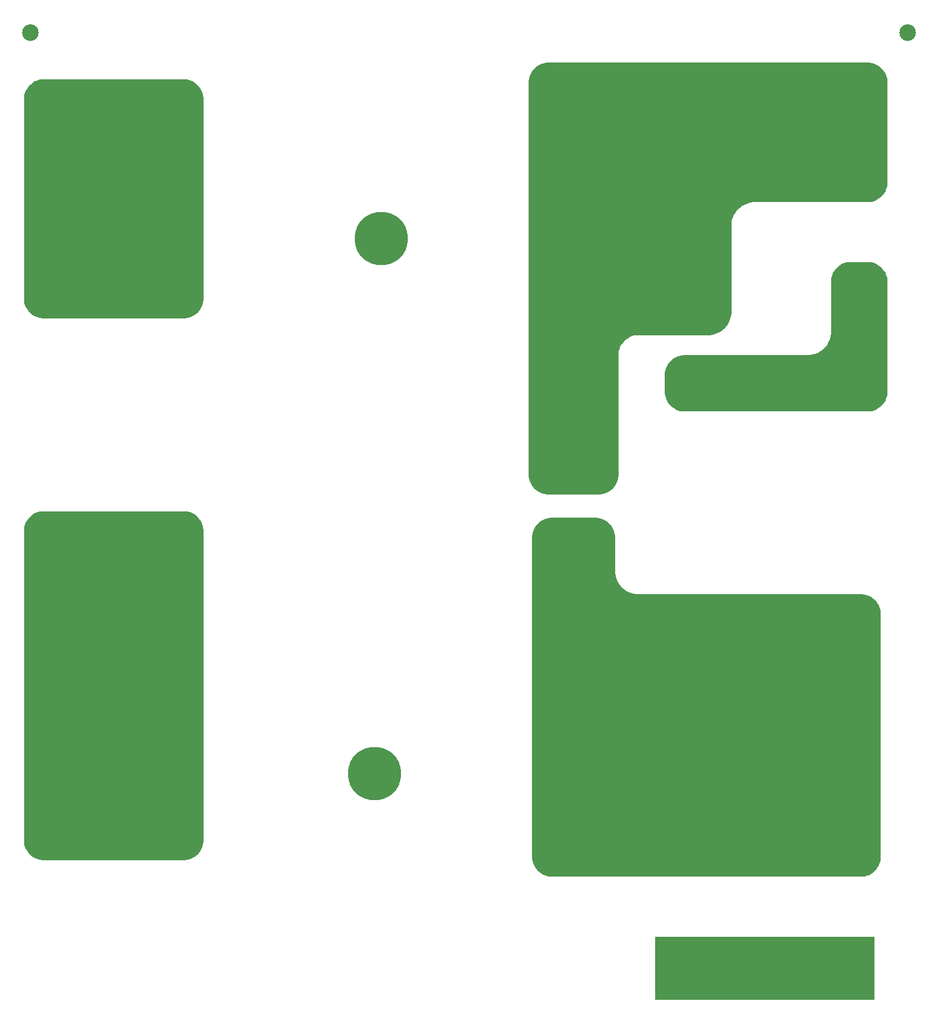
<source format=gbl>
G04 Layer_Physical_Order=2*
G04 Layer_Color=16711680*
%FSLAX44Y44*%
%MOMM*%
G71*
G01*
G75*
%ADD10C,2.0000*%
%ADD11C,2.0320*%
%ADD12C,2.5000*%
%ADD13C,2.4130*%
%ADD14C,7.0000*%
%ADD15C,8.0000*%
%ADD16C,1.2000*%
%ADD17R,33.0000X9.5000*%
G36*
X250000Y800000D02*
Y800000D01*
X251966Y800000D01*
X255865Y799487D01*
X259664Y798469D01*
X263297Y796964D01*
X266703Y794997D01*
X269823Y792604D01*
X272603Y789823D01*
X274998Y786703D01*
X276964Y783297D01*
X278469Y779664D01*
X279487Y775865D01*
X280000Y771966D01*
X280000Y770000D01*
X280000Y305000D01*
X280000Y305000D01*
X280000Y303034D01*
X279487Y299135D01*
X278469Y295336D01*
X276964Y291703D01*
X274998Y288297D01*
X272603Y285177D01*
X269823Y282396D01*
X266703Y280002D01*
X263297Y278036D01*
X259664Y276531D01*
X255865Y275513D01*
X251966Y275000D01*
X250000Y275000D01*
X40000Y275000D01*
X40000Y275000D01*
X38033Y275000D01*
X34135Y275513D01*
X30336Y276531D01*
X26703Y278036D01*
X23297Y280002D01*
X20177Y282396D01*
X17396Y285177D01*
X15002Y288297D01*
X13036Y291703D01*
X11531Y295336D01*
X10513Y299135D01*
X10000Y303034D01*
X10000Y305000D01*
Y770000D01*
Y771966D01*
X10513Y775865D01*
X11531Y779664D01*
X13036Y783297D01*
X15002Y786703D01*
X17396Y789823D01*
X20177Y792604D01*
X23297Y794997D01*
X26703Y796964D01*
X30336Y798469D01*
X34135Y799487D01*
X38034Y800000D01*
X40000D01*
X250000Y800000D01*
X250000Y800000D01*
D02*
G37*
G36*
X870000Y790000D02*
X871966Y790000D01*
X875865Y789487D01*
X879664Y788469D01*
X883297Y786964D01*
X886703Y784997D01*
X889823Y782604D01*
X892604Y779823D01*
X894997Y776703D01*
X896964Y773297D01*
X898469Y769664D01*
X899487Y765865D01*
X900000Y761966D01*
X900000Y760000D01*
X900000Y760000D01*
X900000Y760000D01*
X900000Y710000D01*
X900075Y707711D01*
X900672Y703172D01*
X901857Y698750D01*
X903609Y694520D01*
X905899Y690555D01*
X908686Y686923D01*
X911923Y683686D01*
X915555Y680899D01*
X919520Y678609D01*
X923749Y676857D01*
X928172Y675673D01*
X932711Y675075D01*
X935000Y675000D01*
X935000Y675000D01*
X1270000Y675000D01*
X1271966D01*
X1275865Y674487D01*
X1279664Y673469D01*
X1283297Y671964D01*
X1286703Y669997D01*
X1289823Y667604D01*
X1292603Y664823D01*
X1294998Y661703D01*
X1296964Y658297D01*
X1298469Y654664D01*
X1299487Y650865D01*
X1300000Y646966D01*
X1300000Y645000D01*
X1300000Y645000D01*
X1300000Y645000D01*
X1300000Y280000D01*
X1300000Y278034D01*
X1299487Y274135D01*
X1298469Y270336D01*
X1296964Y266703D01*
X1294998Y263297D01*
X1292604Y260177D01*
X1289823Y257396D01*
X1286703Y255002D01*
X1283297Y253036D01*
X1279664Y251531D01*
X1275865Y250513D01*
X1271966Y250000D01*
X1270000Y250000D01*
X1270000Y250000D01*
X1270000Y250000D01*
X805000Y250000D01*
X803034Y250000D01*
X799135Y250513D01*
X795336Y251531D01*
X791703Y253036D01*
X788297Y255002D01*
X785177Y257396D01*
X782396Y260177D01*
X780002Y263297D01*
X778036Y266703D01*
X776531Y270336D01*
X775513Y274135D01*
X775000Y278034D01*
X775000Y280000D01*
Y760000D01*
Y761966D01*
X775513Y765865D01*
X776531Y769664D01*
X778036Y773297D01*
X780002Y776703D01*
X782396Y779823D01*
X785177Y782604D01*
X788297Y784997D01*
X791703Y786964D01*
X795336Y788469D01*
X799135Y789487D01*
X803034Y790000D01*
X805000Y790000D01*
X805000Y790000D01*
X870000Y790000D01*
D02*
G37*
G36*
X1255000Y1175000D02*
X1279999D01*
X1280000Y1175000D01*
X1280000Y1175000D01*
X1281966Y1175000D01*
X1285865Y1174486D01*
X1289664Y1173469D01*
X1293297Y1171964D01*
X1296703Y1169997D01*
X1299823Y1167604D01*
X1302603Y1164823D01*
X1304998Y1161703D01*
X1306964Y1158297D01*
X1308469Y1154664D01*
X1309487Y1150865D01*
X1310000Y1146966D01*
Y1145000D01*
X1310000Y980000D01*
X1310000Y980000D01*
X1310000Y978034D01*
X1309487Y974135D01*
X1308469Y970336D01*
X1306964Y966703D01*
X1304998Y963297D01*
X1302603Y960177D01*
X1299823Y957396D01*
X1296703Y955002D01*
X1293297Y953036D01*
X1289664Y951531D01*
X1285865Y950513D01*
X1281966Y950000D01*
X1280000Y950000D01*
X1005000Y950000D01*
X1003034Y950000D01*
X999135Y950513D01*
X995336Y951531D01*
X991703Y953036D01*
X988297Y955002D01*
X985177Y957396D01*
X982396Y960177D01*
X980002Y963297D01*
X978036Y966703D01*
X976531Y970336D01*
X975513Y974135D01*
X975000Y978034D01*
X975000Y980000D01*
X975000Y1005000D01*
X975000Y1005000D01*
X975000Y1005000D01*
X975000Y1006966D01*
X975513Y1010865D01*
X976531Y1014664D01*
X978036Y1018297D01*
X980002Y1021703D01*
X982396Y1024823D01*
X985177Y1027604D01*
X988297Y1029997D01*
X991703Y1031964D01*
X995336Y1033469D01*
X999135Y1034487D01*
X1003034Y1035000D01*
X1005000Y1035000D01*
X1188799Y1035000D01*
X1190000Y1035000D01*
X1190000Y1035000D01*
X1190000Y1035000D01*
X1192289Y1035075D01*
X1196828Y1035673D01*
X1201250Y1036857D01*
X1205480Y1038609D01*
X1209445Y1040899D01*
X1213077Y1043686D01*
X1216314Y1046923D01*
X1219101Y1050555D01*
X1221391Y1054520D01*
X1223142Y1058749D01*
X1224327Y1063172D01*
X1224925Y1067711D01*
X1225000Y1070000D01*
X1225000Y1143804D01*
X1225000Y1145000D01*
X1225000Y1145000D01*
X1225000Y1145000D01*
X1225000Y1145000D01*
X1225000Y1146966D01*
X1225513Y1150865D01*
X1226531Y1154664D01*
X1228036Y1158297D01*
X1230002Y1161703D01*
X1232396Y1164823D01*
X1235177Y1167604D01*
X1238297Y1169998D01*
X1241703Y1171964D01*
X1245336Y1173469D01*
X1249135Y1174487D01*
X1253034Y1175000D01*
X1255000Y1175000D01*
D02*
G37*
G36*
X250000Y1450000D02*
X250000Y1450000D01*
X251966Y1450000D01*
X255865Y1449487D01*
X259664Y1448469D01*
X263297Y1446964D01*
X266703Y1444998D01*
X269823Y1442604D01*
X272603Y1439823D01*
X274998Y1436703D01*
X276964Y1433297D01*
X278469Y1429664D01*
X279487Y1425865D01*
X280000Y1421966D01*
Y1420000D01*
X280000Y1120000D01*
X280000Y1120000D01*
Y1118034D01*
X279487Y1114135D01*
X278469Y1110336D01*
X276964Y1106703D01*
X274998Y1103297D01*
X272603Y1100177D01*
X269823Y1097396D01*
X266703Y1095002D01*
X263297Y1093036D01*
X259664Y1091531D01*
X255865Y1090513D01*
X251966Y1090000D01*
X250000D01*
X40000Y1090000D01*
Y1090000D01*
X38034D01*
X34135Y1090513D01*
X30336Y1091531D01*
X26703Y1093036D01*
X23297Y1095002D01*
X20177Y1097396D01*
X17396Y1100177D01*
X15002Y1103297D01*
X13036Y1106703D01*
X11531Y1110336D01*
X10513Y1114135D01*
X10000Y1118034D01*
X10000Y1120000D01*
X10000Y1418804D01*
X10000Y1420000D01*
X10000Y1420000D01*
X10000Y1420000D01*
X10000Y1421966D01*
X10513Y1425865D01*
X11531Y1429664D01*
X13036Y1433297D01*
X15002Y1436703D01*
X17396Y1439823D01*
X20177Y1442604D01*
X23297Y1444998D01*
X26703Y1446964D01*
X30336Y1448469D01*
X34135Y1449487D01*
X38034Y1450000D01*
X40000Y1450000D01*
X250000Y1450000D01*
X250000Y1450000D01*
D02*
G37*
G36*
X1280000Y1475000D02*
X1280000Y1475000D01*
X1280000Y1475000D01*
X1281966Y1475000D01*
X1285865Y1474487D01*
X1289664Y1473469D01*
X1293297Y1471964D01*
X1296703Y1469997D01*
X1299823Y1467603D01*
X1302603Y1464823D01*
X1304998Y1461703D01*
X1306964Y1458297D01*
X1308469Y1454664D01*
X1309487Y1450865D01*
X1310000Y1446966D01*
X1310000Y1445000D01*
X1310000Y1295000D01*
X1310000Y1295000D01*
Y1293033D01*
X1309486Y1289135D01*
X1308469Y1285336D01*
X1306964Y1281703D01*
X1304997Y1278297D01*
X1302603Y1275177D01*
X1299823Y1272396D01*
X1296703Y1270002D01*
X1293297Y1268036D01*
X1289664Y1266531D01*
X1285865Y1265513D01*
X1281966Y1265000D01*
X1280000D01*
X1110000Y1265000D01*
X1110000Y1265000D01*
X1107711Y1264925D01*
X1103172Y1264327D01*
X1098749Y1263142D01*
X1094520Y1261390D01*
X1090555Y1259101D01*
X1086923Y1256314D01*
X1083686Y1253077D01*
X1080899Y1249445D01*
X1078609Y1245480D01*
X1076857Y1241250D01*
X1075673Y1236828D01*
X1075075Y1232289D01*
X1075000Y1230000D01*
X1075000Y1100000D01*
X1075000Y1100000D01*
X1075000Y1097706D01*
X1074401Y1093157D01*
X1073214Y1088725D01*
X1071458Y1084486D01*
X1069164Y1080513D01*
X1066371Y1076873D01*
X1063127Y1073629D01*
X1059487Y1070836D01*
X1055513Y1068542D01*
X1051274Y1066786D01*
X1046843Y1065599D01*
X1042294Y1065000D01*
X1040000Y1065000D01*
X935000Y1065000D01*
X935000Y1065000D01*
X933038Y1064936D01*
X929147Y1064423D01*
X925357Y1063408D01*
X921731Y1061906D01*
X918333Y1059944D01*
X915219Y1057555D01*
X912445Y1054780D01*
X910056Y1051667D01*
X908094Y1048269D01*
X906592Y1044643D01*
X905576Y1040853D01*
X905064Y1036962D01*
X905000Y1035000D01*
X905000Y855000D01*
X905000Y855000D01*
X905000Y853033D01*
X904486Y849134D01*
X903468Y845336D01*
X901964Y841703D01*
X899997Y838297D01*
X897603Y835177D01*
X894823Y832396D01*
X891703Y830002D01*
X888297Y828036D01*
X884664Y826531D01*
X880865Y825513D01*
X876966Y825000D01*
X875000Y825000D01*
X800000D01*
X800000Y825000D01*
X798033Y825000D01*
X794134Y825513D01*
X790336Y826531D01*
X786703Y828036D01*
X783297Y830002D01*
X780177Y832396D01*
X777396Y835177D01*
X775002Y838297D01*
X773036Y841703D01*
X771531Y845336D01*
X770513Y849135D01*
X770000Y853034D01*
X770000Y855000D01*
Y1445000D01*
Y1446966D01*
X770513Y1450865D01*
X771531Y1454664D01*
X773036Y1458297D01*
X775002Y1461703D01*
X777396Y1464823D01*
X780177Y1467603D01*
X783297Y1469998D01*
X786703Y1471964D01*
X790336Y1473469D01*
X794135Y1474487D01*
X798034Y1475000D01*
X800000D01*
X1280000Y1475000D01*
D02*
G37*
D10*
X840000Y848100D02*
D03*
Y771900D02*
D03*
D11*
X1005000Y620000D02*
D03*
Y995000D02*
D03*
X1225000Y620000D02*
D03*
Y995000D02*
D03*
D12*
X1273350Y1130000D02*
D03*
X1006650D02*
D03*
X20000Y1520000D02*
D03*
X1340000D02*
D03*
D13*
X1090000Y370000D02*
D03*
X1140800D02*
D03*
X40000Y690000D02*
D03*
X90800D02*
D03*
X35000Y1355000D02*
D03*
X85800D02*
D03*
X1094200Y1365000D02*
D03*
X1145000D02*
D03*
D14*
X930000Y1210000D02*
D03*
X165000D02*
D03*
X155000Y405000D02*
D03*
X920000D02*
D03*
D15*
X547500Y1210000D02*
D03*
X537500Y405000D02*
D03*
D16*
X1216000Y1455999D02*
D03*
Y1425999D02*
D03*
Y1395999D02*
D03*
Y1365999D02*
D03*
Y1335999D02*
D03*
Y1305999D02*
D03*
X1186000Y1455999D02*
D03*
Y1425999D02*
D03*
Y1395999D02*
D03*
Y1365999D02*
D03*
Y1335999D02*
D03*
Y1305999D02*
D03*
X1156000Y1455999D02*
D03*
Y1425999D02*
D03*
Y1395999D02*
D03*
Y1335999D02*
D03*
Y1305999D02*
D03*
X1126000Y1455999D02*
D03*
Y1395999D02*
D03*
Y1335999D02*
D03*
Y1305999D02*
D03*
X1096000Y1455999D02*
D03*
Y1395999D02*
D03*
Y1335999D02*
D03*
Y1305999D02*
D03*
X1066000Y1455999D02*
D03*
Y1425999D02*
D03*
Y1395999D02*
D03*
Y1365999D02*
D03*
Y1335999D02*
D03*
Y1305999D02*
D03*
Y1276000D02*
D03*
X1036000Y1455999D02*
D03*
Y1425999D02*
D03*
Y1395999D02*
D03*
Y1365999D02*
D03*
Y1335999D02*
D03*
Y1305999D02*
D03*
Y1276000D02*
D03*
Y1246000D02*
D03*
Y1216000D02*
D03*
Y1186000D02*
D03*
Y1156000D02*
D03*
Y1126000D02*
D03*
Y1096000D02*
D03*
X1006000Y1455999D02*
D03*
Y1425999D02*
D03*
Y1395999D02*
D03*
Y1365999D02*
D03*
Y1335999D02*
D03*
Y1305999D02*
D03*
Y1276000D02*
D03*
Y1246000D02*
D03*
Y1216000D02*
D03*
Y1186000D02*
D03*
Y1156000D02*
D03*
Y1096000D02*
D03*
X976000Y1455999D02*
D03*
Y1425999D02*
D03*
Y1395999D02*
D03*
Y1365999D02*
D03*
Y1335999D02*
D03*
Y1305999D02*
D03*
Y1276000D02*
D03*
Y1246000D02*
D03*
Y1216000D02*
D03*
Y1186000D02*
D03*
Y1156000D02*
D03*
Y1126000D02*
D03*
Y1096000D02*
D03*
X946000Y1305999D02*
D03*
Y1276000D02*
D03*
Y1156000D02*
D03*
Y1126000D02*
D03*
Y1096000D02*
D03*
X916000Y1305999D02*
D03*
Y1276000D02*
D03*
Y1156000D02*
D03*
Y1126000D02*
D03*
Y1096000D02*
D03*
X886000Y1305999D02*
D03*
Y1276000D02*
D03*
Y1156000D02*
D03*
Y1126000D02*
D03*
Y1096000D02*
D03*
X856000Y1305999D02*
D03*
Y1276000D02*
D03*
Y1246000D02*
D03*
Y1216000D02*
D03*
Y1186000D02*
D03*
Y1156000D02*
D03*
Y1126000D02*
D03*
Y1096000D02*
D03*
X826000Y1305999D02*
D03*
Y1276000D02*
D03*
Y1246000D02*
D03*
Y1216000D02*
D03*
Y1186000D02*
D03*
Y1156000D02*
D03*
Y1126000D02*
D03*
Y1096000D02*
D03*
X796000Y1305999D02*
D03*
Y1276000D02*
D03*
Y1246000D02*
D03*
Y1216000D02*
D03*
Y1186000D02*
D03*
Y1156000D02*
D03*
Y1126000D02*
D03*
Y1096000D02*
D03*
X1276000Y496000D02*
D03*
Y466000D02*
D03*
Y436000D02*
D03*
Y406000D02*
D03*
Y376000D02*
D03*
Y346000D02*
D03*
Y316000D02*
D03*
Y286000D02*
D03*
X1246000Y496000D02*
D03*
Y466000D02*
D03*
Y436000D02*
D03*
Y406000D02*
D03*
Y376000D02*
D03*
Y346000D02*
D03*
Y316000D02*
D03*
Y286000D02*
D03*
X1216000Y496000D02*
D03*
Y466000D02*
D03*
Y436000D02*
D03*
Y406000D02*
D03*
Y376000D02*
D03*
Y346000D02*
D03*
Y316000D02*
D03*
Y286000D02*
D03*
X1186000Y496000D02*
D03*
Y466000D02*
D03*
Y436000D02*
D03*
Y406000D02*
D03*
Y376000D02*
D03*
Y346000D02*
D03*
Y316000D02*
D03*
Y286000D02*
D03*
X1156000Y496000D02*
D03*
Y466000D02*
D03*
Y436000D02*
D03*
Y316000D02*
D03*
Y286000D02*
D03*
X1126000Y466000D02*
D03*
Y316000D02*
D03*
Y286000D02*
D03*
X1096000Y466000D02*
D03*
Y436000D02*
D03*
Y316000D02*
D03*
Y286000D02*
D03*
X1066000Y496000D02*
D03*
Y466000D02*
D03*
Y436000D02*
D03*
Y316000D02*
D03*
Y286000D02*
D03*
X1036000Y496000D02*
D03*
Y466000D02*
D03*
Y436000D02*
D03*
Y406000D02*
D03*
Y376000D02*
D03*
Y346000D02*
D03*
Y316000D02*
D03*
Y286000D02*
D03*
X1006000Y496000D02*
D03*
Y466000D02*
D03*
Y436000D02*
D03*
Y406000D02*
D03*
Y376000D02*
D03*
Y346000D02*
D03*
Y316000D02*
D03*
Y286000D02*
D03*
X976000Y496000D02*
D03*
Y466000D02*
D03*
Y436000D02*
D03*
Y406000D02*
D03*
Y376000D02*
D03*
Y346000D02*
D03*
Y316000D02*
D03*
Y286000D02*
D03*
X946000Y496000D02*
D03*
Y466000D02*
D03*
Y346000D02*
D03*
Y316000D02*
D03*
Y286000D02*
D03*
X916000Y496000D02*
D03*
Y466000D02*
D03*
Y346000D02*
D03*
Y316000D02*
D03*
Y286000D02*
D03*
X886000Y496000D02*
D03*
Y466000D02*
D03*
Y346000D02*
D03*
Y316000D02*
D03*
Y286000D02*
D03*
X856000Y496000D02*
D03*
Y466000D02*
D03*
Y436000D02*
D03*
Y406000D02*
D03*
Y376000D02*
D03*
Y346000D02*
D03*
Y316000D02*
D03*
Y286000D02*
D03*
X826000Y496000D02*
D03*
Y466000D02*
D03*
Y436000D02*
D03*
Y406000D02*
D03*
Y376000D02*
D03*
Y346000D02*
D03*
Y316000D02*
D03*
Y286000D02*
D03*
X226000Y496000D02*
D03*
Y466000D02*
D03*
Y436000D02*
D03*
Y406000D02*
D03*
Y376000D02*
D03*
Y346000D02*
D03*
Y316000D02*
D03*
X196000Y496000D02*
D03*
Y466000D02*
D03*
Y436000D02*
D03*
Y376000D02*
D03*
Y346000D02*
D03*
Y316000D02*
D03*
X166000Y496000D02*
D03*
Y466000D02*
D03*
Y346000D02*
D03*
Y316000D02*
D03*
X136000Y496000D02*
D03*
Y466000D02*
D03*
Y346000D02*
D03*
Y316000D02*
D03*
X106000Y496000D02*
D03*
Y466000D02*
D03*
Y436000D02*
D03*
Y406000D02*
D03*
Y376000D02*
D03*
Y346000D02*
D03*
Y316000D02*
D03*
X76000Y496000D02*
D03*
Y466000D02*
D03*
Y436000D02*
D03*
Y406000D02*
D03*
Y376000D02*
D03*
Y346000D02*
D03*
Y316000D02*
D03*
X256000Y766000D02*
D03*
Y736000D02*
D03*
Y706000D02*
D03*
Y676000D02*
D03*
Y646000D02*
D03*
Y616000D02*
D03*
X226000Y766000D02*
D03*
Y736000D02*
D03*
Y706000D02*
D03*
Y676000D02*
D03*
Y646000D02*
D03*
Y616000D02*
D03*
X196000Y766000D02*
D03*
Y736000D02*
D03*
Y706000D02*
D03*
Y676000D02*
D03*
Y646000D02*
D03*
Y616000D02*
D03*
X166000Y766000D02*
D03*
Y736000D02*
D03*
Y706000D02*
D03*
Y676000D02*
D03*
Y646000D02*
D03*
Y616000D02*
D03*
X136000Y766000D02*
D03*
Y736000D02*
D03*
Y706000D02*
D03*
Y676000D02*
D03*
Y646000D02*
D03*
Y616000D02*
D03*
X106000Y766000D02*
D03*
Y736000D02*
D03*
Y646000D02*
D03*
Y616000D02*
D03*
X76000Y766000D02*
D03*
Y646000D02*
D03*
Y616000D02*
D03*
X46000Y766000D02*
D03*
Y736000D02*
D03*
Y646000D02*
D03*
Y616000D02*
D03*
X250000Y1425000D02*
D03*
Y1395000D02*
D03*
Y1365000D02*
D03*
Y1335000D02*
D03*
Y1305000D02*
D03*
Y1275000D02*
D03*
Y1245000D02*
D03*
Y1215000D02*
D03*
Y1185000D02*
D03*
Y1155000D02*
D03*
Y1125000D02*
D03*
X220000Y1425000D02*
D03*
Y1395000D02*
D03*
Y1365000D02*
D03*
Y1335000D02*
D03*
Y1305000D02*
D03*
Y1275000D02*
D03*
Y1245000D02*
D03*
Y1215000D02*
D03*
Y1185000D02*
D03*
Y1155000D02*
D03*
Y1125000D02*
D03*
X190000Y1425000D02*
D03*
Y1395000D02*
D03*
Y1365000D02*
D03*
Y1335000D02*
D03*
Y1305000D02*
D03*
Y1275000D02*
D03*
Y1155000D02*
D03*
Y1125000D02*
D03*
X160000Y1425000D02*
D03*
Y1395000D02*
D03*
Y1365000D02*
D03*
Y1335000D02*
D03*
Y1305000D02*
D03*
Y1275000D02*
D03*
Y1155000D02*
D03*
Y1125000D02*
D03*
X130000Y1425000D02*
D03*
Y1395000D02*
D03*
Y1365000D02*
D03*
Y1335000D02*
D03*
Y1305000D02*
D03*
Y1275000D02*
D03*
Y1155000D02*
D03*
Y1125000D02*
D03*
X100000Y1425000D02*
D03*
Y1395000D02*
D03*
Y1305000D02*
D03*
Y1275000D02*
D03*
Y1245000D02*
D03*
Y1215000D02*
D03*
Y1185000D02*
D03*
Y1155000D02*
D03*
Y1125000D02*
D03*
X70000Y1425000D02*
D03*
Y1305000D02*
D03*
Y1275000D02*
D03*
Y1245000D02*
D03*
Y1215000D02*
D03*
Y1185000D02*
D03*
Y1155000D02*
D03*
Y1125000D02*
D03*
X40000Y1425000D02*
D03*
Y1395000D02*
D03*
Y1305000D02*
D03*
Y1275000D02*
D03*
Y1245000D02*
D03*
Y1215000D02*
D03*
Y1185000D02*
D03*
Y1155000D02*
D03*
Y1125000D02*
D03*
D17*
X1125000Y112500D02*
D03*
M02*

</source>
